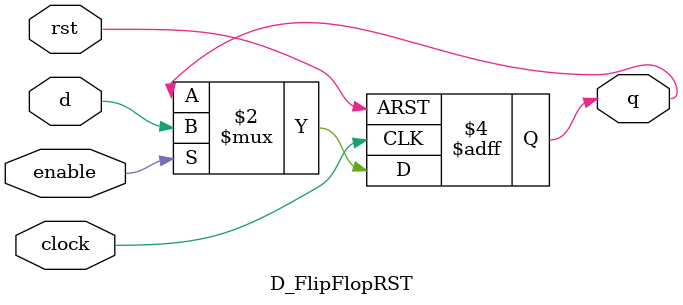
<source format=v>
module D_FlipFlopRST(q, d, clock, enable, rst);
	output q;
	input d, clock, enable,rst;
	reg q; 
	always @(posedge clock or posedge rst)
		begin
			if(rst)
				begin
					q<=1'b0;
				end
				
			else if(enable)
				begin
					q<=d;
				end
			end	
	
endmodule

</source>
